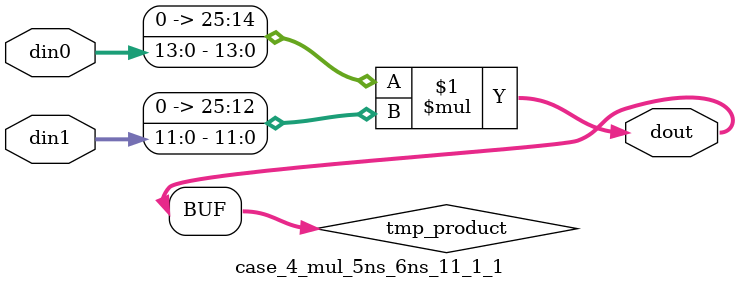
<source format=v>

`timescale 1 ns / 1 ps

 (* use_dsp = "no" *)  module case_4_mul_5ns_6ns_11_1_1(din0, din1, dout);
parameter ID = 1;
parameter NUM_STAGE = 0;
parameter din0_WIDTH = 14;
parameter din1_WIDTH = 12;
parameter dout_WIDTH = 26;

input [din0_WIDTH - 1 : 0] din0; 
input [din1_WIDTH - 1 : 0] din1; 
output [dout_WIDTH - 1 : 0] dout;

wire signed [dout_WIDTH - 1 : 0] tmp_product;
























assign tmp_product = $signed({1'b0, din0}) * $signed({1'b0, din1});











assign dout = tmp_product;





















endmodule

</source>
